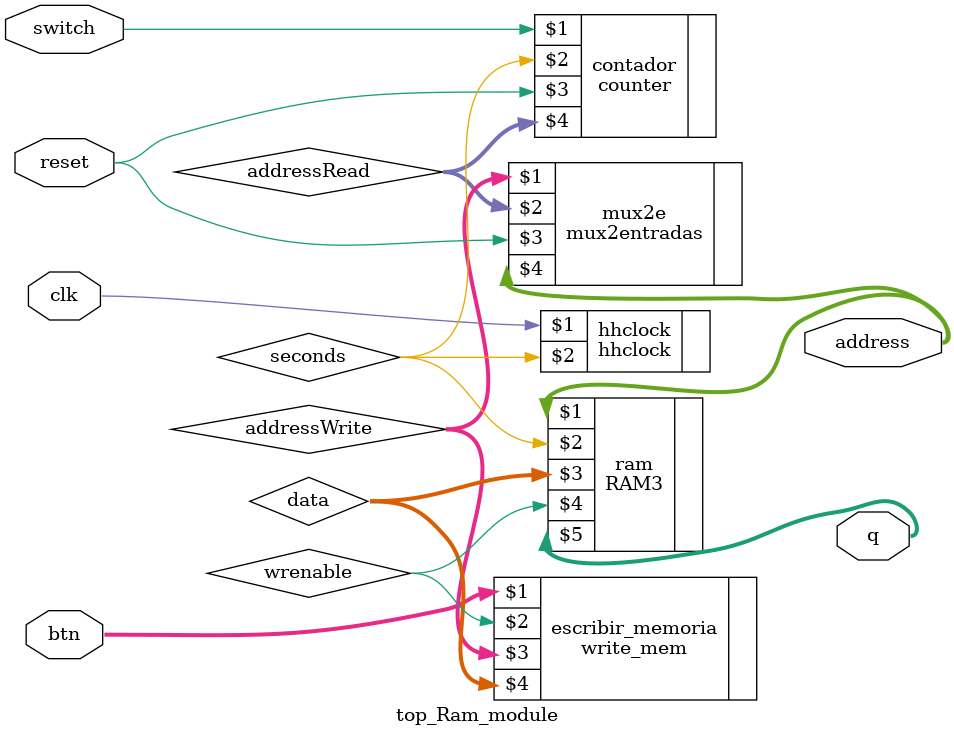
<source format=sv>
module top_Ram_module(input logic clk, reset, switch,
								input logic [2:0] btn, 
								output [31:0] q,
								output [15:0] address);
								
			logic wrenable;
			logic seconds;
			logic [31:0] data;
			logic [15:0] addressRead, addressWrite;
			
			RAM3 ram(address, seconds, data, wrenable, q);
			
			counter contador(switch, seconds, reset, addressRead);
			
			write_mem escribir_memoria(btn, wrenable, addressWrite, data);
			
			mux2entradas mux2e(addressWrite, addressRead, reset, address);
			
			hhclock hhclock(clk, seconds);
			


endmodule 
</source>
